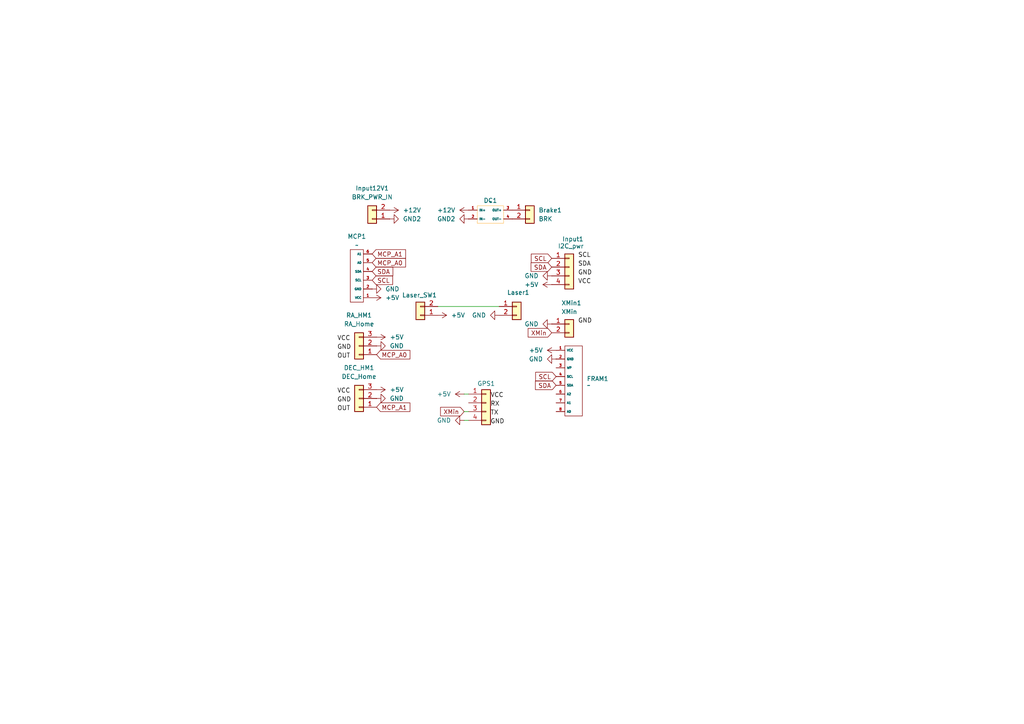
<source format=kicad_sch>
(kicad_sch (version 20231120) (generator "eeschema") (generator_version "8.0")
  (paper "A4")
  (lib_symbols
    (symbol "Conn_01x02_1" (pin_names (offset 1.016) hide)
      (property "Reference" "J" (at 0 2.54 0))
      (property "Value" "Conn_01x02" (at 0 -5.08 0))
      (symbol "Conn_01x02_1_1_1"
        (rectangle (start -1.27 -2.413) (end 0 -2.667) (stroke (width 0.1524)))
        (rectangle (start -1.27 0.127) (end 0 -0.127) (stroke (width 0.1524)))
        (rectangle (start -1.27 1.27) (end 1.27 -3.81) (stroke (width 0.254)) (fill (type background)))
        (pin passive line (at -5.08 0 0) (length 3.81) (name "Pin_1") (number "1"))
        (pin passive line (at -5.08 -2.54 0) (length 3.81) (name "Pin_2") (number "2"))
      )
    )
    (symbol "Conn_01x02_2" (pin_names (offset 1.016) hide)
      (property "Reference" "J" (at 0 2.54 0))
      (property "Value" "Conn_01x02" (at 0 -5.08 0))
      (symbol "Conn_01x02_2_1_1"
        (rectangle (start -1.27 -2.413) (end 0 -2.667) (stroke (width 0.1524)))
        (rectangle (start -1.27 0.127) (end 0 -0.127) (stroke (width 0.1524)))
        (rectangle (start -1.27 1.27) (end 1.27 -3.81) (stroke (width 0.254)) (fill (type background)))
        (pin passive line (at -5.08 0 0) (length 3.81) (name "Pin_1") (number "1"))
        (pin passive line (at -5.08 -2.54 0) (length 3.81) (name "Pin_2") (number "2"))
      )
    )
    (symbol "Conn_01x02_3" (pin_names (offset 1.016) hide)
      (property "Reference" "J" (at 0 2.54 0))
      (property "Value" "Conn_01x02" (at 0 -5.08 0))
      (symbol "Conn_01x02_3_1_1"
        (rectangle (start -1.27 -2.413) (end 0 -2.667) (stroke (width 0.1524)))
        (rectangle (start -1.27 0.127) (end 0 -0.127) (stroke (width 0.1524)))
        (rectangle (start -1.27 1.27) (end 1.27 -3.81) (stroke (width 0.254)) (fill (type background)))
        (pin passive line (at -5.08 0 0) (length 3.81) (name "Pin_1") (number "1"))
        (pin passive line (at -5.08 -2.54 0) (length 3.81) (name "Pin_2") (number "2"))
      )
    )
    (symbol "Conn_01x02_4" (pin_names (offset 1.016) hide)
      (property "Reference" "J" (at 0 2.54 0))
      (property "Value" "Conn_01x02" (at 0 -5.08 0))
      (symbol "Conn_01x02_4_1_1"
        (rectangle (start -1.27 -2.413) (end 0 -2.667) (stroke (width 0.1524)))
        (rectangle (start -1.27 0.127) (end 0 -0.127) (stroke (width 0.1524)))
        (rectangle (start -1.27 1.27) (end 1.27 -3.81) (stroke (width 0.254)) (fill (type background)))
        (pin passive line (at -5.08 0 0) (length 3.81) (name "Pin_1") (number "1"))
        (pin passive line (at -5.08 -2.54 0) (length 3.81) (name "Pin_2") (number "2"))
      )
    )
    (symbol "Conn_01x03_1" (pin_names (offset 1.016) hide)
      (property "Reference" "X_HM" (at 0 -8.89 0))
      (property "Value" "X_Home" (at 0 -6.35 0))
      (symbol "Conn_01x03_1_1_1"
        (rectangle (start -1.27 -2.413) (end 0 -2.667) (stroke (width 0.1524)))
        (rectangle (start -1.27 0.127) (end 0 -0.127) (stroke (width 0.1524)))
        (rectangle (start -1.27 2.667) (end 0 2.413) (stroke (width 0.1524)))
        (rectangle (start -1.27 3.81) (end 1.27 -3.81) (stroke (width 0.254)) (fill (type background)))
        (pin passive line (at -5.08 2.54 0) (length 3.81) (name "Pin_1") (number "1"))
        (pin passive line (at -5.08 0 0) (length 3.81) (name "Pin_2") (number "2"))
        (pin passive line (at -5.08 -2.54 0) (length 3.81) (name "Pin_3") (number "3"))
      )
    )
    (symbol "Conn_01x04_1" (pin_names (offset 1.016) hide)
      (property "Reference" "J" (at 0 5.08 0))
      (property "Value" "Conn_01x04" (at 0 -7.62 0))
      (symbol "Conn_01x04_1_1_1"
        (rectangle (start -1.27 -4.953) (end 0 -5.207) (stroke (width 0.1524)))
        (rectangle (start -1.27 -2.413) (end 0 -2.667) (stroke (width 0.1524)))
        (rectangle (start -1.27 0.127) (end 0 -0.127) (stroke (width 0.1524)))
        (rectangle (start -1.27 2.667) (end 0 2.413) (stroke (width 0.1524)))
        (rectangle (start -1.27 3.81) (end 1.27 -6.35) (stroke (width 0.254)) (fill (type background)))
        (pin passive line (at -5.08 2.54 0) (length 3.81) (name "Pin_1") (number "1"))
        (pin passive line (at -5.08 0 0) (length 3.81) (name "Pin_2") (number "2"))
        (pin passive line (at -5.08 -2.54 0) (length 3.81) (name "Pin_3") (number "3"))
        (pin passive line (at -5.08 -5.08 0) (length 3.81) (name "Pin_4") (number "4"))
      )
    )
    (symbol "Connector_Generic:Conn_01x02" (pin_names (offset 1.016) hide)
      (property "Reference" "XMin" (at -2.286 6.096 0))
      (property "Value" "XMin" (at -2.286 3.556 0))
      (symbol "Conn_01x02_1_1"
        (rectangle (start -1.27 -2.413) (end 0 -2.667) (stroke (width 0.1524)))
        (rectangle (start -1.27 0.127) (end 0 -0.127) (stroke (width 0.1524)))
        (rectangle (start -1.27 1.27) (end 1.27 -3.81) (stroke (width 0.254)) (fill (type background)))
        (pin passive line (at -5.08 0 0) (length 3.81) (name "Pin_1") (number "1"))
        (pin passive line (at -5.08 -2.54 0) (length 3.81) (name "Pin_2") (number "2"))
      )
    )
    (symbol "Connector_Generic:Conn_01x03" (pin_names (offset 1.016) hide)
      (property "Reference" "Y_HM" (at 0 -8.89 0))
      (property "Value" "Y_Home" (at 0 -6.35 0))
      (symbol "Conn_01x03_1_1"
        (rectangle (start -1.27 -2.413) (end 0 -2.667) (stroke (width 0.1524)))
        (rectangle (start -1.27 0.127) (end 0 -0.127) (stroke (width 0.1524)))
        (rectangle (start -1.27 2.667) (end 0 2.413) (stroke (width 0.1524)))
        (rectangle (start -1.27 3.81) (end 1.27 -3.81) (stroke (width 0.254)) (fill (type background)))
        (pin passive line (at -5.08 2.54 0) (length 3.81) (name "Pin_1") (number "1"))
        (pin passive line (at -5.08 0 0) (length 3.81) (name "Pin_2") (number "2"))
        (pin passive line (at -5.08 -2.54 0) (length 3.81) (name "Pin_3") (number "3"))
      )
    )
    (symbol "Connector_Generic:Conn_01x04" (pin_names (offset 1.016) hide)
      (property "Reference" "Input" (at -2.032 8.128 0))
      (property "Value" "I2C_pwr" (at -3.302 6.096 0))
      (symbol "Conn_01x04_1_1"
        (rectangle (start -1.27 -4.953) (end 0 -5.207) (stroke (width 0.1524)))
        (rectangle (start -1.27 -2.413) (end 0 -2.667) (stroke (width 0.1524)))
        (rectangle (start -1.27 0.127) (end 0 -0.127) (stroke (width 0.1524)))
        (rectangle (start -1.27 2.667) (end 0 2.413) (stroke (width 0.1524)))
        (rectangle (start -1.27 3.81) (end 1.27 -6.35) (stroke (width 0.254)) (fill (type background)))
        (pin passive line (at -5.08 2.54 0) (length 3.81) (name "Pin_1") (number "1"))
        (pin passive line (at -5.08 0 0) (length 3.81) (name "Pin_2") (number "2"))
        (pin passive line (at -5.08 -2.54 0) (length 3.81) (name "Pin_3") (number "3"))
        (pin passive line (at -5.08 -5.08 0) (length 3.81) (name "Pin_4") (number "4"))
      )
    )
    (symbol "DeKoi_Modules:FRAM_MB85RC256V"
      (property "Reference" "FRAM" (at -0.508 3.81 0))
      (symbol "FRAM_MB85RC256V_0_1"
        (rectangle (start -10.16 2.54) (end 10.16 -2.54))
      )
      (symbol "FRAM_MB85RC256V_1_1"
        (pin input line (at -8.89 -5.08 90) (length 2.54) (name "VCC") (number "1"))
        (pin input line (at -6.35 -5.08 90) (length 2.54) (name "GND") (number "2"))
        (pin input line (at -3.81 -5.08 90) (length 2.54) (name "WP") (number "3"))
        (pin input line (at -1.27 -5.08 90) (length 2.54) (name "SCL") (number "4"))
        (pin input line (at 1.27 -5.08 90) (length 2.54) (name "SDA") (number "5"))
        (pin input line (at 3.81 -5.08 90) (length 2.54) (name "A2") (number "6"))
        (pin input line (at 6.35 -5.08 90) (length 2.54) (name "A1") (number "7"))
        (pin input line (at 8.89 -5.08 90) (length 2.54) (name "A0") (number "8"))
      )
    )
    (symbol "DeKoi_Modules:MCP23017"
      (property "Reference" "MCP" (at -0.254 1.778 0))
      (symbol "MCP23017_0_1"
        (rectangle (start -7.62 0) (end 7.62 -3.81))
      )
      (symbol "MCP23017_1_1"
        (pin input line (at -6.35 -6.35 90) (length 2.54) (name "VCC") (number "1"))
        (pin input line (at -3.81 -6.35 90) (length 2.54) (name "GND") (number "2"))
        (pin input line (at -1.27 -6.35 90) (length 2.54) (name "SCL") (number "3"))
        (pin input line (at 1.27 -6.35 90) (length 2.54) (name "SDA") (number "4"))
        (pin input line (at 3.81 -6.35 90) (length 2.54) (name "A0") (number "5"))
        (pin input line (at 6.35 -6.35 90) (length 2.54) (name "A1") (number "6"))
      )
    )
    (symbol "XL6009E1_Mod:XL6009E1"
      (property "Reference" "DC" (at 0 9.652 0))
      (symbol "XL6009E1_1_1"
        (rectangle (start -3.81 2.54) (end 3.81 -2.54) (stroke (width 0.0508) (color 255 153 0 1)))
        (pin input line (at -6.35 1.27 0) (length 2.54) (name "IN+") (number "1"))
        (pin input line (at -6.35 -1.27 0) (length 2.54) (name "IN-") (number "2"))
        (pin output line (at 6.35 1.27 180) (length 2.54) (name "OUT+") (number "3"))
        (pin output line (at 6.35 -1.27 180) (length 2.54) (name "OUT-") (number "4"))
      )
    )
    (symbol "power:+12V" (power) (pin_numbers hide) (pin_names (offset 0) hide)
      (property "Value" "+12V" (at 0 3.556 0))
      (symbol "+12V_0_1"
        (polyline (pts (xy -0.762 1.27) (xy 0 2.54)))
        (polyline (pts (xy 0 0) (xy 0 2.54)))
        (polyline (pts (xy 0 2.54) (xy 0.762 1.27)))
      )
      (symbol "+12V_1_1"
        (pin power_in line (at 0 0 90) (length 0) (name "~") (number "1"))
      )
    )
    (symbol "power:+5V" (power) (pin_numbers hide) (pin_names (offset 0) hide)
      (property "Value" "+5V" (at 0 3.556 0))
      (symbol "+5V_0_1"
        (polyline (pts (xy -0.762 1.27) (xy 0 2.54)))
        (polyline (pts (xy 0 0) (xy 0 2.54)))
        (polyline (pts (xy 0 2.54) (xy 0.762 1.27)))
      )
      (symbol "+5V_1_1"
        (pin power_in line (at 0 0 90) (length 0) (name "~") (number "1"))
      )
    )
    (symbol "power:GND" (power) (pin_numbers hide) (pin_names (offset 0) hide)
      (property "Value" "GND" (at 0 -3.81 0))
      (symbol "GND_0_1"
        (polyline (pts (xy 0 0) (xy 0 -1.27) (xy 1.27 -1.27) (xy 0 -2.54) (xy -1.27 -1.27) (xy 0 -1.27)))
      )
      (symbol "GND_1_1"
        (pin power_in line (at 0 0 270) (length 0) (name "~") (number "1"))
      )
    )
    (symbol "power:GND2" (power) (pin_numbers hide) (pin_names (offset 0) hide)
      (property "Value" "GND2" (at 0 -3.81 0))
      (symbol "GND2_0_1"
        (polyline (pts (xy 0 0) (xy 0 -1.27) (xy 1.27 -1.27) (xy 0 -2.54) (xy -1.27 -1.27) (xy 0 -1.27)))
      )
      (symbol "GND2_1_1"
        (pin power_in line (at 0 0 270) (length 0) (name "~") (number "1"))
      )
    )
  )
  (wire (pts (xy 134.62 119.38) (xy 135.89 119.38)))
  (wire (pts (xy 135.89 121.92) (xy 134.62 121.92)))
  (wire (pts (xy 127 88.9) (xy 144.78 88.9)))
  (wire (pts (xy 135.89 114.3) (xy 134.62 114.3)))
  (label "OUT" (at 97.79 104.14 0))
  (label "SDA" (at 167.64 77.47 0))
  (label "OUT" (at 97.79 119.38 0))
  (label "VCC" (at 167.64 82.55 0))
  (label "VCC" (at 97.79 114.3 0))
  (label "VCC" (at 97.79 99.06 0))
  (label "TX" (at 142.24 120.65 0))
  (label "GND" (at 167.64 93.98 0))
  (label "VCC" (at 142.24 115.57 0))
  (label "GND" (at 167.64 80.01 0))
  (label "GND" (at 97.79 101.6 0))
  (label "SCL" (at 167.64 74.93 0))
  (label "RX" (at 142.24 118.11 0))
  (label "GND" (at 97.79 116.84 0))
  (label "GND" (at 142.24 123.19 0))
  (global_label "SDA" (shape input) (at 160.02 77.47 180) (property "Intersheetrefs" "${INTERSHEET_REFS}" (effects (hide yes))))
  (global_label "SDA" (shape input) (at 107.95 78.74 0) (property "Intersheetrefs" "${INTERSHEET_REFS}" (effects (hide yes))))
  (global_label "MCP_A0" (shape input) (at 109.22 102.87 0) (property "Intersheetrefs" "${INTERSHEET_REFS}" (effects (hide yes))))
  (global_label "MCP_A1" (shape input) (at 109.22 118.11 0) (property "Intersheetrefs" "${INTERSHEET_REFS}" (effects (hide yes))))
  (global_label "MCP_A0" (shape input) (at 107.95 76.2 0) (property "Intersheetrefs" "${INTERSHEET_REFS}" (effects (hide yes))))
  (global_label "MCP_A1" (shape input) (at 107.95 73.66 0) (property "Intersheetrefs" "${INTERSHEET_REFS}" (effects (hide yes))))
  (global_label "SCL" (shape input) (at 161.29 109.22 180) (property "Intersheetrefs" "${INTERSHEET_REFS}" (effects (hide yes))))
  (global_label "SCL" (shape input) (at 160.02 74.93 180) (property "Intersheetrefs" "${INTERSHEET_REFS}" (effects (hide yes))))
  (global_label "SCL" (shape input) (at 107.95 81.28 0) (property "Intersheetrefs" "${INTERSHEET_REFS}" (effects (hide yes))))
  (global_label "XMin" (shape input) (at 160.02 96.52 180) (property "Intersheetrefs" "${INTERSHEET_REFS}" (effects (hide yes))))
  (global_label "SDA" (shape input) (at 161.29 111.76 180) (property "Intersheetrefs" "${INTERSHEET_REFS}" (effects (hide yes))))
  (global_label "XMin" (shape input) (at 134.62 119.38 180) (property "Intersheetrefs" "${INTERSHEET_REFS}" (effects (hide yes))))
  (symbol (lib_name "Conn_01x02_3") (lib_id "Connector_Generic:Conn_01x02") (at 107.95 63.5 180) (unit 1)
    (property "Reference" "Input12V1" (at 107.95 54.61 0))
    (property "Value" "BRK_PWR_IN" (at 107.95 57.15 0))
    (property "Footprint" "Connector_JST:JST_XH_B2B-XH-A_1x02_P2.50mm_Vertical" (effects (hide yes)))
    (property "Description" "Generic connector, single row, 01x02, script generated (kicad-library-utils/schlib/autogen/connector/)" (effects (hide yes)))
  )
  (symbol (lib_id "Connector_Generic:Conn_01x02") (at 165.1 93.98 0) (unit 1)
    (property "Reference" "XMin1" (at 162.814 87.884 0) (effects (justify left)))
    (property "Value" "XMin" (at 162.814 90.424 0) (effects (justify left)))
    (property "Footprint" "Connector_JST:JST_XH_B2B-XH-A_1x02_P2.50mm_Vertical" (effects (hide yes)))
    (property "Description" "Generic connector, single row, 01x02, script generated (kicad-library-utils/schlib/autogen/connector/)" (effects (hide yes)))
  )
  (symbol (lib_name "Conn_01x02_4") (lib_id "Connector_Generic:Conn_01x02") (at 121.92 91.44 180) (unit 1)
    (property "Reference" "Laser_SW1" (at 126.746 85.598 0) (effects (justify left)))
    (property "Value" "Conn_01x02" (effects (hide yes)))
    (property "Footprint" "Connector_JST:JST_XH_B2B-XH-A_1x02_P2.50mm_Vertical" (effects (hide yes)))
    (property "Description" "Generic connector, single row, 01x02, script generated (kicad-library-utils/schlib/autogen/connector/)" (effects (hide yes)))
  )
  (symbol (lib_id "power:GND") (at 160.02 93.98 270) (unit 1)
    (property "Reference" "#PWR8" (effects (hide yes)))
    (property "Value" "GND" (at 156.21 93.9799 90) (effects (justify right)))
    (property "Description" "Power symbol creates a global label with name \"GND\" , ground" (effects (hide yes)))
  )
  (symbol (lib_id "power:+5V") (at 160.02 82.55 90) (unit 1)
    (property "Reference" "#PWR4" (effects (hide yes)))
    (property "Value" "+5V" (at 156.21 82.5499 90) (effects (justify left)))
    (property "Description" "Power symbol creates a global label with name \"+5V\"" (effects (hide yes)))
  )
  (symbol (lib_id "power:+5V") (at 109.22 97.79 270) (unit 1)
    (property "Reference" "#PWR2" (effects (hide yes)))
    (property "Value" "+5V" (at 113.03 97.7899 90) (effects (justify left)))
    (property "Description" "Power symbol creates a global label with name \"+5V\"" (effects (hide yes)))
  )
  (symbol (lib_id "power:GND") (at 161.29 104.14 270) (unit 1)
    (property "Reference" "#PWR14" (effects (hide yes)))
    (property "Value" "GND" (at 157.48 104.1399 90) (effects (justify right)))
    (property "Description" "Power symbol creates a global label with name \"GND\" , ground" (effects (hide yes)))
  )
  (symbol (lib_id "Connector_Generic:Conn_01x03") (at 104.14 115.57 180) (unit 1)
    (property "Reference" "DEC_HM1" (at 104.14 106.68 0))
    (property "Value" "DEC_Home" (at 104.14 109.22 0))
    (property "Footprint" "Connector_JST:JST_XH_B3B-XH-A_1x03_P2.50mm_Vertical" (effects (hide yes)))
    (property "Description" "Generic connector, single row, 01x03, script generated (kicad-library-utils/schlib/autogen/connector/)" (effects (hide yes)))
  )
  (symbol (lib_id "power:GND") (at 144.78 91.44 270) (unit 1)
    (property "Reference" "#PWR19" (effects (hide yes)))
    (property "Value" "GND" (at 140.97 91.4399 90) (effects (justify right)))
    (property "Description" "Power symbol creates a global label with name \"GND\" , ground" (effects (hide yes)))
  )
  (symbol (lib_id "XL6009E1_Mod:XL6009E1") (at 142.24 62.23 0) (unit 1)
    (property "Reference" "DC1" (at 142.24 58.166 0))
    (property "Value" "~" (at 142.24 58.42 0))
    (property "Footprint" "XL6009E1_Mod:XL6009E1" (effects (hide yes)))
  )
  (symbol (lib_id "power:+5V") (at 134.62 114.3 90) (unit 1)
    (property "Reference" "#PWR1" (effects (hide yes)))
    (property "Value" "+5V" (at 130.81 114.2999 90) (effects (justify left)))
    (property "Description" "Power symbol creates a global label with name \"+5V\"" (effects (hide yes)))
  )
  (symbol (lib_name "Conn_01x04_1") (lib_id "Connector_Generic:Conn_01x04") (at 140.97 116.84 0) (unit 1)
    (property "Reference" "GPS1" (at 138.43 111.252 0) (effects (justify left)))
    (property "Value" "Conn_01x04" (effects (hide yes)))
    (property "Footprint" "Connector_JST:JST_XH_B4B-XH-A_1x04_P2.50mm_Vertical" (effects (hide yes)))
    (property "Description" "Generic connector, single row, 01x04, script generated (kicad-library-utils/schlib/autogen/connector/)" (effects (hide yes)))
  )
  (symbol (lib_id "power:+5V") (at 109.22 113.03 270) (unit 1)
    (property "Reference" "#PWR3" (effects (hide yes)))
    (property "Value" "+5V" (at 113.03 113.0299 90) (effects (justify left)))
    (property "Description" "Power symbol creates a global label with name \"+5V\"" (effects (hide yes)))
  )
  (symbol (lib_id "power:+12V") (at 135.89 60.96 90) (unit 1)
    (property "Reference" "#PWR16" (effects (hide yes)))
    (property "Value" "+12V" (at 132.08 60.9599 90) (effects (justify left)))
    (property "Description" "Power symbol creates a global label with name \"+12V\"" (effects (hide yes)))
  )
  (symbol (lib_id "DeKoi_Modules:MCP23017") (at 101.6 80.01 90) (unit 1)
    (property "Reference" "MCP1" (at 103.505 68.58 90))
    (property "Value" "~" (at 103.505 71.12 90))
    (property "Footprint" "DeKoi_Modules:MCP23017_Module" (effects (hide yes)))
  )
  (symbol (lib_id "Connector_Generic:Conn_01x04") (at 165.1 77.47 0) (unit 1)
    (property "Reference" "Input1" (at 163.068 69.342 0) (effects (justify left)))
    (property "Value" "I2C_pwr" (at 161.798 71.374 0) (effects (justify left)))
    (property "Footprint" "Connector_JST:JST_XH_B4B-XH-A_1x04_P2.50mm_Vertical" (effects (hide yes)))
    (property "Description" "Generic connector, single row, 01x04, script generated (kicad-library-utils/schlib/autogen/connector/)" (effects (hide yes)))
  )
  (symbol (lib_id "power:+5V") (at 161.29 101.6 90) (unit 1)
    (property "Reference" "#PWR12" (effects (hide yes)))
    (property "Value" "+5V" (at 157.48 101.5999 90) (effects (justify left)))
    (property "Description" "Power symbol creates a global label with name \"+5V\"" (effects (hide yes)))
  )
  (symbol (lib_id "power:GND") (at 107.95 83.82 90) (unit 1)
    (property "Reference" "#PWR11" (effects (hide yes)))
    (property "Value" "GND" (at 111.76 83.8199 90) (effects (justify right)))
    (property "Description" "Power symbol creates a global label with name \"GND\" , ground" (effects (hide yes)))
  )
  (symbol (lib_id "power:GND") (at 109.22 115.57 90) (unit 1)
    (property "Reference" "#PWR7" (effects (hide yes)))
    (property "Value" "GND" (at 113.03 115.5699 90) (effects (justify right)))
    (property "Description" "Power symbol creates a global label with name \"GND\" , ground" (effects (hide yes)))
  )
  (symbol (lib_id "DeKoi_Modules:FRAM_MB85RC256V") (at 166.37 110.49 270) (unit 1)
    (property "Reference" "FRAM1" (at 170.18 109.8549 90) (effects (justify left)))
    (property "Value" "~" (at 170.18 111.76 90) (effects (justify left)))
    (property "Footprint" "DeKoi_Modules:FRAM_MB85RC256V" (effects (hide yes)))
  )
  (symbol (lib_id "power:+12V") (at 113.03 60.96 270) (unit 1)
    (property "Reference" "#PWR13" (effects (hide yes)))
    (property "Value" "+12V" (at 116.84 60.9599 90) (effects (justify left)))
    (property "Description" "Power symbol creates a global label with name \"+12V\"" (effects (hide yes)))
  )
  (symbol (lib_name "Conn_01x02_1") (lib_id "Connector_Generic:Conn_01x02") (at 149.86 88.9 0) (unit 1)
    (property "Reference" "Laser1" (at 147.066 84.836 0) (effects (justify left)))
    (property "Value" "Conn_01x02" (effects (hide yes)))
    (property "Footprint" "Connector_JST:JST_XH_B2B-XH-A_1x02_P2.50mm_Vertical" (effects (hide yes)))
    (property "Description" "Generic connector, single row, 01x02, script generated (kicad-library-utils/schlib/autogen/connector/)" (effects (hide yes)))
  )
  (symbol (lib_id "power:GND2") (at 113.03 63.5 90) (unit 1)
    (property "Reference" "#PWR15" (effects (hide yes)))
    (property "Value" "GND2" (at 116.84 63.4999 90) (effects (justify right)))
    (property "Description" "Power symbol creates a global label with name \"GND2\" , ground" (effects (hide yes)))
  )
  (symbol (lib_name "Conn_01x03_1") (lib_id "Connector_Generic:Conn_01x03") (at 104.14 100.33 180) (unit 1)
    (property "Reference" "RA_HM1" (at 104.14 91.44 0))
    (property "Value" "RA_Home" (at 104.14 93.98 0))
    (property "Footprint" "Connector_JST:JST_XH_B3B-XH-A_1x03_P2.50mm_Vertical" (effects (hide yes)))
    (property "Description" "Generic connector, single row, 01x03, script generated (kicad-library-utils/schlib/autogen/connector/)" (effects (hide yes)))
  )
  (symbol (lib_id "power:+5V") (at 127 91.44 270) (unit 1)
    (property "Reference" "#PWR18" (effects (hide yes)))
    (property "Value" "+5V" (at 130.81 91.4399 90) (effects (justify left)))
    (property "Description" "Power symbol creates a global label with name \"+5V\"" (effects (hide yes)))
  )
  (symbol (lib_id "power:GND") (at 160.02 80.01 270) (unit 1)
    (property "Reference" "#PWR9" (effects (hide yes)))
    (property "Value" "GND" (at 156.21 80.0099 90) (effects (justify right)))
    (property "Description" "Power symbol creates a global label with name \"GND\" , ground" (effects (hide yes)))
  )
  (symbol (lib_name "Conn_01x02_2") (lib_id "Connector_Generic:Conn_01x02") (at 153.67 60.96 0) (unit 1)
    (property "Reference" "Brake1" (at 156.21 60.9599 0) (effects (justify left)))
    (property "Value" "BRK" (at 156.21 63.4999 0) (effects (justify left)))
    (property "Footprint" "Connector_JST:JST_XH_B2B-XH-A_1x02_P2.50mm_Vertical" (effects (hide yes)))
    (property "Description" "Generic connector, single row, 01x02, script generated (kicad-library-utils/schlib/autogen/connector/)" (effects (hide yes)))
  )
  (symbol (lib_id "power:+5V") (at 107.95 86.36 270) (unit 1)
    (property "Reference" "#PWR10" (effects (hide yes)))
    (property "Value" "+5V" (at 111.76 86.3599 90) (effects (justify left)))
    (property "Description" "Power symbol creates a global label with name \"+5V\"" (effects (hide yes)))
  )
  (symbol (lib_id "power:GND") (at 134.62 121.92 270) (unit 1)
    (property "Reference" "#PWR5" (effects (hide yes)))
    (property "Value" "GND" (at 130.81 121.9199 90) (effects (justify right)))
    (property "Description" "Power symbol creates a global label with name \"GND\" , ground" (effects (hide yes)))
  )
  (symbol (lib_id "power:GND2") (at 135.89 63.5 270) (unit 1)
    (property "Reference" "#PWR17" (effects (hide yes)))
    (property "Value" "GND2" (at 132.08 63.4999 90) (effects (justify right)))
    (property "Description" "Power symbol creates a global label with name \"GND2\" , ground" (effects (hide yes)))
  )
  (symbol (lib_id "power:GND") (at 109.22 100.33 90) (unit 1)
    (property "Reference" "#PWR6" (effects (hide yes)))
    (property "Value" "GND" (at 113.03 100.3299 90) (effects (justify right)))
    (property "Description" "Power symbol creates a global label with name \"GND\" , ground" (effects (hide yes)))
  )
)
</source>
